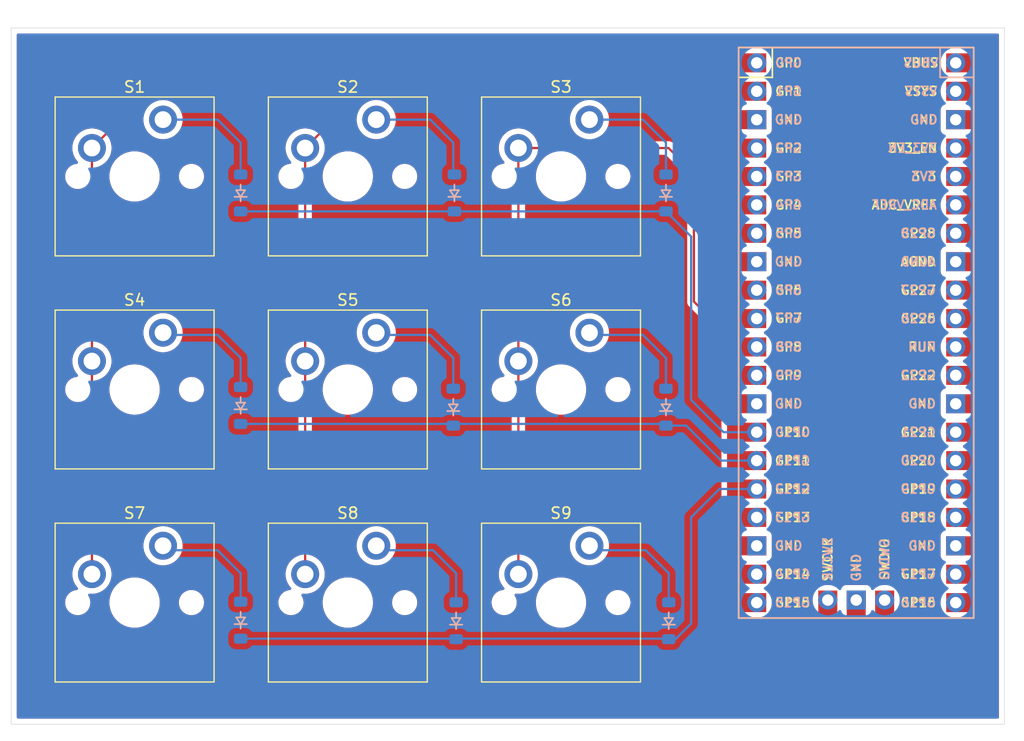
<source format=kicad_pcb>
(kicad_pcb (version 20240108) (generator "pcbnew") (generator_version "8.0")
  (title_block (title "MacroPad") (date "2025-04-07") (rev "V1") (company "HM"))
  (layers (0 "F.Cu" signal) (31 "B.Cu" signal) (34 "B.Paste" user) (35 "F.Paste" user) (36 "B.SilkS" user "B.Silkscreen") (37 "F.SilkS" user "F.Silkscreen") (38 "B.Mask" user) (39 "F.Mask" user) (44 "Edge.Cuts" user))
  (net 0 "")
  (net 1 "Net-(D1-A)")
  (net 2 "Row 0")
  (net 3 "Net-(D2-A)")
  (net 4 "Net-(D3-A)")
  (net 5 "Net-(D4-A)")
  (net 6 "Row 1")
  (net 7 "Net-(D5-A)")
  (net 8 "Net-(D6-A)")
  (net 9 "Row 2")
  (net 10 "Net-(D7-A)")
  (net 11 "Net-(D8-A)")
  (net 12 "Net-(D9-A)")
  (net 13 "Column 0")
  (net 14 "Column 1")
  (net 15 "Column 2")
  (footprint "ScottoKeebs_MX:MX_PCB_1.00u" (layer "F.Cu") (at 64.57 49.65)
    (property "Reference" "S1" (at 0 -8 0) (layer "F.SilkS"))
    (property "Value" "Keyswitch")
    (fp_line (start -7.1 -7.1) (end -7.1 7.1) (stroke (width 0.12)) (layer "F.SilkS"))
    (fp_line (start -7.1 7.1) (end 7.1 7.1) (stroke (width 0.12)) (layer "F.SilkS"))
    (fp_line (start 7.1 -7.1) (end -7.1 -7.1) (stroke (width 0.12)) (layer "F.SilkS"))
    (fp_line (start 7.1 7.1) (end 7.1 -7.1) (stroke (width 0.12)) (layer "F.SilkS"))
    (pad "" np_thru_hole circle (at -5.08 0) (size 1.75 1.75) (drill 1.75) (layers "*.Cu" "*.Mask"))
    (pad "" np_thru_hole circle (at 0 0) (size 4 4) (drill 4) (layers "*.Cu" "*.Mask"))
    (pad "" np_thru_hole circle (at 5.08 0) (size 1.75 1.75) (drill 1.75) (layers "*.Cu" "*.Mask"))
    (pad "1" thru_hole circle (at -3.81 -2.54) (size 2.5 2.5) (drill 1.5) (layers "*.Cu" "*.Mask") (net 13 "Column 0"))
    (pad "2" thru_hole circle (at 2.54 -5.08) (size 2.5 2.5) (drill 1.5) (layers "*.Cu" "*.Mask") (net 1 "Net-(D1-A)"))
  )
  (footprint "ScottoKeebs_MX:MX_PCB_1.00u" (layer "F.Cu") (at 83.62 68.7)
    (property "Reference" "S5" (at 0 -8 0) (layer "F.SilkS"))
    (property "Value" "Keyswitch")
    (fp_line (start -7.1 -7.1) (end -7.1 7.1) (stroke (width 0.12)) (layer "F.SilkS"))
    (fp_line (start -7.1 7.1) (end 7.1 7.1) (stroke (width 0.12)) (layer "F.SilkS"))
    (fp_line (start 7.1 -7.1) (end -7.1 -7.1) (stroke (width 0.12)) (layer "F.SilkS"))
    (fp_line (start 7.1 7.1) (end 7.1 -7.1) (stroke (width 0.12)) (layer "F.SilkS"))
    (pad "" np_thru_hole circle (at -5.08 0) (size 1.75 1.75) (drill 1.75) (layers "*.Cu" "*.Mask"))
    (pad "" np_thru_hole circle (at 0 0) (size 4 4) (drill 4) (layers "*.Cu" "*.Mask"))
    (pad "" np_thru_hole circle (at 5.08 0) (size 1.75 1.75) (drill 1.75) (layers "*.Cu" "*.Mask"))
    (pad "1" thru_hole circle (at -3.81 -2.54) (size 2.5 2.5) (drill 1.5) (layers "*.Cu" "*.Mask") (net 14 "Column 1"))
    (pad "2" thru_hole circle (at 2.54 -5.08) (size 2.5 2.5) (drill 1.5) (layers "*.Cu" "*.Mask") (net 7 "Net-(D5-A)"))
  )
  (footprint "ScottoKeebs_MX:MX_PCB_1.00u" (layer "F.Cu") (at 83.62 49.65)
    (property "Reference" "S2" (at 0 -8 0) (layer "F.SilkS"))
    (property "Value" "Keyswitch")
    (fp_line (start -7.1 -7.1) (end -7.1 7.1) (stroke (width 0.12)) (layer "F.SilkS"))
    (fp_line (start -7.1 7.1) (end 7.1 7.1) (stroke (width 0.12)) (layer "F.SilkS"))
    (fp_line (start 7.1 -7.1) (end -7.1 -7.1) (stroke (width 0.12)) (layer "F.SilkS"))
    (fp_line (start 7.1 7.1) (end 7.1 -7.1) (stroke (width 0.12)) (layer "F.SilkS"))
    (pad "" np_thru_hole circle (at -5.08 0) (size 1.75 1.75) (drill 1.75) (layers "*.Cu" "*.Mask"))
    (pad "" np_thru_hole circle (at 0 0) (size 4 4) (drill 4) (layers "*.Cu" "*.Mask"))
    (pad "" np_thru_hole circle (at 5.08 0) (size 1.75 1.75) (drill 1.75) (layers "*.Cu" "*.Mask"))
    (pad "1" thru_hole circle (at -3.81 -2.54) (size 2.5 2.5) (drill 1.5) (layers "*.Cu" "*.Mask") (net 14 "Column 1"))
    (pad "2" thru_hole circle (at 2.54 -5.08) (size 2.5 2.5) (drill 1.5) (layers "*.Cu" "*.Mask") (net 3 "Net-(D2-A)"))
  )
  (footprint "ScottoKeebs_MX:MX_PCB_1.00u" (layer "F.Cu") (at 102.67 87.75)
    (property "Reference" "S9" (at 0 -8 0) (layer "F.SilkS"))
    (property "Value" "Keyswitch")
    (fp_line (start -7.1 -7.1) (end -7.1 7.1) (stroke (width 0.12)) (layer "F.SilkS"))
    (fp_line (start -7.1 7.1) (end 7.1 7.1) (stroke (width 0.12)) (layer "F.SilkS"))
    (fp_line (start 7.1 -7.1) (end -7.1 -7.1) (stroke (width 0.12)) (layer "F.SilkS"))
    (fp_line (start 7.1 7.1) (end 7.1 -7.1) (stroke (width 0.12)) (layer "F.SilkS"))
    (pad "" np_thru_hole circle (at -5.08 0) (size 1.75 1.75) (drill 1.75) (layers "*.Cu" "*.Mask"))
    (pad "" np_thru_hole circle (at 0 0) (size 4 4) (drill 4) (layers "*.Cu" "*.Mask"))
    (pad "" np_thru_hole circle (at 5.08 0) (size 1.75 1.75) (drill 1.75) (layers "*.Cu" "*.Mask"))
    (pad "1" thru_hole circle (at -3.81 -2.54) (size 2.5 2.5) (drill 1.5) (layers "*.Cu" "*.Mask") (net 15 "Column 2"))
    (pad "2" thru_hole circle (at 2.54 -5.08) (size 2.5 2.5) (drill 1.5) (layers "*.Cu" "*.Mask") (net 12 "Net-(D9-A)"))
  )
  (footprint "ScottoKeebs_MX:MX_PCB_1.00u" (layer "F.Cu") (at 102.67 68.7)
    (property "Reference" "S6" (at 0 -8 0) (layer "F.SilkS"))
    (property "Value" "Keyswitch")
    (fp_line (start -7.1 -7.1) (end -7.1 7.1) (stroke (width 0.12)) (layer "F.SilkS"))
    (fp_line (start -7.1 7.1) (end 7.1 7.1) (stroke (width 0.12)) (layer "F.SilkS"))
    (fp_line (start 7.1 -7.1) (end -7.1 -7.1) (stroke (width 0.12)) (layer "F.SilkS"))
    (fp_line (start 7.1 7.1) (end 7.1 -7.1) (stroke (width 0.12)) (layer "F.SilkS"))
    (pad "" np_thru_hole circle (at -5.08 0) (size 1.75 1.75) (drill 1.75) (layers "*.Cu" "*.Mask"))
    (pad "" np_thru_hole circle (at 0 0) (size 4 4) (drill 4) (layers "*.Cu" "*.Mask"))
    (pad "" np_thru_hole circle (at 5.08 0) (size 1.75 1.75) (drill 1.75) (layers "*.Cu" "*.Mask"))
    (pad "1" thru_hole circle (at -3.81 -2.54) (size 2.5 2.5) (drill 1.5) (layers "*.Cu" "*.Mask") (net 15 "Column 2"))
    (pad "2" thru_hole circle (at 2.54 -5.08) (size 2.5 2.5) (drill 1.5) (layers "*.Cu" "*.Mask") (net 8 "Net-(D6-A)"))
  )
  (footprint "ScottoKeebs_MX:MX_PCB_1.00u" (layer "F.Cu") (at 64.57 87.75)
    (property "Reference" "S7" (at 0 -8 0) (layer "F.SilkS"))
    (property "Value" "Keyswitch")
    (fp_line (start -7.1 -7.1) (end -7.1 7.1) (stroke (width 0.12)) (layer "F.SilkS"))
    (fp_line (start -7.1 7.1) (end 7.1 7.1) (stroke (width 0.12)) (layer "F.SilkS"))
    (fp_line (start 7.1 -7.1) (end -7.1 -7.1) (stroke (width 0.12)) (layer "F.SilkS"))
    (fp_line (start 7.1 7.1) (end 7.1 -7.1) (stroke (width 0.12)) (layer "F.SilkS"))
    (pad "" np_thru_hole circle (at -5.08 0) (size 1.75 1.75) (drill 1.75) (layers "*.Cu" "*.Mask"))
    (pad "" np_thru_hole circle (at 0 0) (size 4 4) (drill 4) (layers "*.Cu" "*.Mask"))
    (pad "" np_thru_hole circle (at 5.08 0) (size 1.75 1.75) (drill 1.75) (layers "*.Cu" "*.Mask"))
    (pad "1" thru_hole circle (at -3.81 -2.54) (size 2.5 2.5) (drill 1.5) (layers "*.Cu" "*.Mask") (net 13 "Column 0"))
    (pad "2" thru_hole circle (at 2.54 -5.08) (size 2.5 2.5) (drill 1.5) (layers "*.Cu" "*.Mask") (net 10 "Net-(D7-A)"))
  )
  (footprint "LOGO" (layer "F.Cu") (at 135.045 94.375)
    (property "Reference" "LOGO" (hide yes))
    (property "Value" "LOGO" (hide yes))
  )
  (footprint "ScottoKeebs_MX:MX_PCB_1.00u" (layer "F.Cu") (at 64.57 68.7)
    (property "Reference" "S4" (at 0 -8 0) (layer "F.SilkS"))
    (property "Value" "Keyswitch")
    (fp_line (start -7.1 -7.1) (end -7.1 7.1) (stroke (width 0.12)) (layer "F.SilkS"))
    (fp_line (start -7.1 7.1) (end 7.1 7.1) (stroke (width 0.12)) (layer "F.SilkS"))
    (fp_line (start 7.1 -7.1) (end -7.1 -7.1) (stroke (width 0.12)) (layer "F.SilkS"))
    (fp_line (start 7.1 7.1) (end 7.1 -7.1) (stroke (width 0.12)) (layer "F.SilkS"))
    (pad "" np_thru_hole circle (at -5.08 0) (size 1.75 1.75) (drill 1.75) (layers "*.Cu" "*.Mask"))
    (pad "" np_thru_hole circle (at 0 0) (size 4 4) (drill 4) (layers "*.Cu" "*.Mask"))
    (pad "" np_thru_hole circle (at 5.08 0) (size 1.75 1.75) (drill 1.75) (layers "*.Cu" "*.Mask"))
    (pad "1" thru_hole circle (at -3.81 -2.54) (size 2.5 2.5) (drill 1.5) (layers "*.Cu" "*.Mask") (net 13 "Column 0"))
    (pad "2" thru_hole circle (at 2.54 -5.08) (size 2.5 2.5) (drill 1.5) (layers "*.Cu" "*.Mask") (net 5 "Net-(D4-A)"))
  )
  (footprint "ScottoKeebs_MX:MX_PCB_1.00u" (layer "F.Cu") (at 83.62 87.75)
    (property "Reference" "S8" (at 0 -8 0) (layer "F.SilkS"))
    (property "Value" "Keyswitch")
    (fp_line (start -7.1 -7.1) (end -7.1 7.1) (stroke (width 0.12)) (layer "F.SilkS"))
    (fp_line (start -7.1 7.1) (end 7.1 7.1) (stroke (width 0.12)) (layer "F.SilkS"))
    (fp_line (start 7.1 -7.1) (end -7.1 -7.1) (stroke (width 0.12)) (layer "F.SilkS"))
    (fp_line (start 7.1 7.1) (end 7.1 -7.1) (stroke (width 0.12)) (layer "F.SilkS"))
    (pad "" np_thru_hole circle (at -5.08 0) (size 1.75 1.75) (drill 1.75) (layers "*.Cu" "*.Mask"))
    (pad "" np_thru_hole circle (at 0 0) (size 4 4) (drill 4) (layers "*.Cu" "*.Mask"))
    (pad "" np_thru_hole circle (at 5.08 0) (size 1.75 1.75) (drill 1.75) (layers "*.Cu" "*.Mask"))
    (pad "1" thru_hole circle (at -3.81 -2.54) (size 2.5 2.5) (drill 1.5) (layers "*.Cu" "*.Mask") (net 14 "Column 1"))
    (pad "2" thru_hole circle (at 2.54 -5.08) (size 2.5 2.5) (drill 1.5) (layers "*.Cu" "*.Mask") (net 11 "Net-(D8-A)"))
  )
  (footprint "ScottoKeebs_MX:MX_PCB_1.00u" (layer "F.Cu") (at 102.67 49.65)
    (property "Reference" "S3" (at 0 -8 0) (layer "F.SilkS"))
    (property "Value" "Keyswitch")
    (fp_line (start -7.1 -7.1) (end -7.1 7.1) (stroke (width 0.12)) (layer "F.SilkS"))
    (fp_line (start -7.1 7.1) (end 7.1 7.1) (stroke (width 0.12)) (layer "F.SilkS"))
    (fp_line (start 7.1 -7.1) (end -7.1 -7.1) (stroke (width 0.12)) (layer "F.SilkS"))
    (fp_line (start 7.1 7.1) (end 7.1 -7.1) (stroke (width 0.12)) (layer "F.SilkS"))
    (pad "" np_thru_hole circle (at -5.08 0) (size 1.75 1.75) (drill 1.75) (layers "*.Cu" "*.Mask"))
    (pad "" np_thru_hole circle (at 0 0) (size 4 4) (drill 4) (layers "*.Cu" "*.Mask"))
    (pad "" np_thru_hole circle (at 5.08 0) (size 1.75 1.75) (drill 1.75) (layers "*.Cu" "*.Mask"))
    (pad "1" thru_hole circle (at -3.81 -2.54) (size 2.5 2.5) (drill 1.5) (layers "*.Cu" "*.Mask") (net 15 "Column 2"))
    (pad "2" thru_hole circle (at 2.54 -5.08) (size 2.5 2.5) (drill 1.5) (layers "*.Cu" "*.Mask") (net 4 "Net-(D3-A)"))
  )
  (footprint "ScottoKeebs_MCU:Raspberry_Pi_Pico" (layer "F.Cu") (at 129.045 63.625)
    (property "Reference" "U1" (hide yes))
    (property "Value" "Raspberry_Pi_Pico" (hide yes))
    (fp_line (start -10.5 -25.5) (end -10.5 25.5) (stroke (width 0.15)) (layer "B.SilkS"))
    (fp_line (start -10.5 25.5) (end 10.5 25.5) (stroke (width 0.15)) (layer "B.SilkS"))
    (fp_line (start 7.493 -22.833) (end 7.493 -25.5) (stroke (width 0.15)) (layer "B.SilkS"))
    (fp_line (start 10.5 -25.5) (end -10.5 -25.5) (stroke (width 0.15)) (layer "B.SilkS"))
    (fp_line (start 10.5 -25.5) (end 10.5 25.5) (stroke (width 0.15)) (layer "B.SilkS"))
    (fp_line (start 10.5 -22.833) (end 7.493 -22.833) (stroke (width 0.15)) (layer "B.SilkS"))
    (fp_line (start -10.5 -25.5) (end -10.5 25.5) (stroke (width 0.15)) (layer "F.SilkS"))
    (fp_line (start -10.5 -25.5) (end 10.5 -25.5) (stroke (width 0.15)) (layer "F.SilkS"))
    (fp_line (start -10.5 -22.833) (end -7.493 -22.833) (stroke (width 0.15)) (layer "F.SilkS"))
    (fp_line (start -7.493 -22.833) (end -7.493 -25.5) (stroke (width 0.15)) (layer "F.SilkS"))
    (fp_line (start 10.5 -25.5) (end 10.5 25.5) (stroke (width 0.15)) (layer "F.SilkS"))
    (fp_line (start 10.5 25.5) (end -10.5 25.5) (stroke (width 0.15)) (layer "F.SilkS"))
    (fp_text user "GP0" (at -6.04 -24.13 0) (layer "B.SilkS") (effects (font (size 0.8 0.8)) (justify mirror)))
    (fp_text user "GP3" (at -6.04 -13.97 0) (layer "B.SilkS") (effects (font (size 0.8 0.8)) (justify mirror)))
    (fp_text user "SWDIO" (at 2.54 20.25 90) (layer "B.SilkS") (effects (font (size 0.8 0.8)) (justify mirror)))
    (fp_text user "GP26" (at 5.54 -1.27 0) (layer "B.SilkS") (effects (font (size 0.8 0.8)) (justify mirror)))
    (fp_text user "GND" (at -6.04 6.35 0) (layer "B.SilkS") (effects (font (size 0.8 0.8)) (justify mirror)))
    (fp_text user "GP7" (at -6.04 -1.3 0) (layer "B.SilkS") (effects (font (size 0.8 0.8)) (justify mirror)))
    (fp_text user "GND" (at -6.04 19.05 0) (layer "B.SilkS") (effects (font (size 0.8 0.8)) (justify mirror)))
    (fp_text user "GND" (at -6.04 -19.05 0) (layer "B.SilkS") (effects (font (size 0.8 0.8)) (justify mirror)))
    (fp_text user "RUN" (at 5.89 1.27 0) (layer "B.SilkS") (effects (font (size 0.8 0.8)) (justify mirror)))
    (fp_text user "3V3" (at 6.04 -13.97 0) (layer "B.SilkS") (effects (font (size 0.8 0.8)) (justify mirror)))
    (fp_text user "GP20" (at 5.54 11.43 0) (layer "B.SilkS") (effects (font (size 0.8 0.8)) (justify mirror)))
    (fp_text user "GND" (at -6.04 -6.35 0) (layer "B.SilkS") (effects (font (size 0.8 0.8)) (justify mirror)))
    (fp_text user "ADC_VREF" (at 4.29 -11.43 0) (layer "B.SilkS") (effects (font (size 0.8 0.8)) (justify mirror)))
    (fp_text user "GP4" (at -6.04 -11.43 0) (layer "B.SilkS") (effects (font (size 0.8 0.8)) (justify mirror)))
    (fp_text user "GP17" (at 5.54 21.59 0) (layer "B.SilkS") (effects (font (size 0.8 0.8)) (justify mirror)))
    (fp_text user "AGND" (at 5.54 -6.35 0) (layer "B.SilkS") (effects (font (size 0.8 0.8)) (justify mirror)))
    (fp_text user "GP11" (at -5.69 11.43 0) (layer "B.SilkS") (effects (font (size 0.8 0.8)) (justify mirror)))
    (fp_text user "GP6" (at -6.04 -3.81 0) (layer "B.SilkS") (effects (font (size 0.8 0.8)) (justify mirror)))
    (fp_text user "GND" (at 6.04 -19.05 0) (layer "B.SilkS") (effects (font (size 0.8 0.8)) (justify mirror)))
    (fp_text user "GP9" (at -6.04 3.81 0) (layer "B.SilkS") (effects (font (size 0.8 0.8)) (justify mirror)))
    (fp_text user "GP14" (at -5.69 21.59 0) (layer "B.SilkS") (effects (font (size 0.8 0.8)) (justify mirror)))
    (fp_text user "GP1" (at -6.04 -21.6 0) (layer "B.SilkS") (effects (font (size 0.8 0.8)) (justify mirror)))
    (fp_text user "GP27" (at 5.54 -3.8 0) (layer "B.SilkS") (effects (font (size 0.8 0.8)) (justify mirror)))
    (fp_text user "GP19" (at 5.54 13.97 0) (layer "B.SilkS") (effects (font (size 0.8 0.8)) (justify mirror)))
    (fp_text user "GP28" (at 5.54 -8.89 0) (layer "B.SilkS") (effects (font (size 0.8 0.8)) (justify mirror)))
    (fp_text user "GND" (at 5.89 6.35 0) (layer "B.SilkS") (effects (font (size 0.8 0.8)) (justify mirror)))
    (fp_text user "VBUS" (at 5.79 -24.13 0) (layer "B.SilkS") (effects (font (size 0.8 0.8)) (justify mirror)))
    (fp_text user "GP21" (at 5.54 8.9 0) (layer "B.SilkS") (effects (font (size 0.8 0.8)) (justify mirror)))
    (fp_text user "GP16" (at 5.54 24.13 0) (layer "B.SilkS") (effects (font (size 0.8 0.8)) (justify mirror)))
    (fp_text user "GP12" (at -5.69 13.97 0) (layer "B.SilkS") (effects (font (size 0.8 0.8)) (justify mirror)))
    (fp_text user "GP10" (at -5.69 8.89 0) (layer "B.SilkS") (effects (font (size 0.8 0.8)) (justify mirror)))
    (fp_text user "GP13" (at -5.69 16.51 0) (layer "B.SilkS") (effects (font (size 0.8 0.8)) (justify mirror)))
    (fp_text user "GND" (at 5.89 19.05 0) (layer "B.SilkS") (effects (font (size 0.8 0.8)) (justify mirror)))
    (fp_text user "GP18" (at 5.54 16.51 0) (layer "B.SilkS") (effects (font (size 0.8 0.8)) (justify mirror)))
    (fp_text user "GND" (at 0 21 90) (layer "B.SilkS") (effects (font (size 0.8 0.8)) (justify mirror)))
    (fp_text user "GP2" (at -6.04 -16.51 0) (layer "B.SilkS") (effects (font (size 0.8 0.8)) (justify mirror)))
    (fp_text user "GP8" (at -6.04 1.27 0) (layer "B.SilkS") (effects (font (size 0.8 0.8)) (justify mirror)))
    (fp_text user "GP15" (at -5.69 24.13 0) (layer "B.SilkS") (effects (font (size 0.8 0.8)) (justify mirror)))
    (fp_text user "3V3_EN" (at 5.04 -16.51 0) (layer "B.SilkS") (effects (font (size 0.8 0.8)) (justify mirror)))
    (fp_text user "GP5" (at -6.04 -8.89 0) (layer "B.SilkS") (effects (font (size 0.8 0.8)) (justify mirror)))
    (fp_text user "GP22" (at 5.54 3.81 0) (layer "B.SilkS") (effects (font (size 0.8 0.8)) (justify mirror)))
    (fp_text user "SWCLK" (at -2.54 20.25 90) (layer "B.SilkS") (effects (font (size 0.8 0.8)) (justify mirror)))
    (fp_text user "VSYS" (at 5.79 -21.59 0) (layer "B.SilkS") (effects (font (size 0.8 0.8)) (justify mirror)))
    (fp_text user "GP27" (at 5.54 -3.8 0) (layer "F.SilkS") (effects (font (size 0.8 0.8))))
    (fp_text user "GP8" (at -6.04 1.27 0) (layer "F.SilkS") (effects (font (size 0.8 0.8))))
    (fp_text user "VBUS" (at 5.79 -24.13 0) (layer "F.SilkS") (effects (font (size 0.8 0.8))))
    (fp_text user "GND" (at 0 21 90) (layer "F.SilkS") (effects (font (size 0.8 0.8))))
    (fp_text user "ADC_VREF" (at 4.29 -11.43 0) (layer "F.SilkS") (effects (font (size 0.8 0.8))))
    (fp_text user "3V3_EN" (at 5.04 -16.51 0) (layer "F.SilkS") (effects (font (size 0.8 0.8))))
    (fp_text user "GP12" (at -5.69 13.97 0) (layer "F.SilkS") (effects (font (size 0.8 0.8))))
    (fp_text user "GP19" (at 5.54 13.97 0) (layer "F.SilkS") (effects (font (size 0.8 0.8))))
    (fp_text user "GP28" (at 5.54 -8.89 0) (layer "F.SilkS") (effects (font (size 0.8 0.8))))
    (fp_text user "GP17" (at 5.54 21.59 0) (layer "F.SilkS") (effects (font (size 0.8 0.8))))
    (fp_text user "AGND" (at 5.54 -6.35 0) (layer "F.SilkS") (effects (font (size 0.8 0.8))))
    (fp_text user "GP7" (at -6.04 -1.3 0) (layer "F.SilkS") (effects (font (size 0.8 0.8))))
    (fp_text user "GND" (at -6.04 6.35 0) (layer "F.SilkS") (effects (font (size 0.8 0.8))))
    (fp_text user "GP20" (at 5.54 11.43 0) (layer "F.SilkS") (effects (font (size 0.8 0.8))))
    (fp_text user "GP4" (at -6.04 -11.43 0) (layer "F.SilkS") (effects (font (size 0.8 0.8))))
    (fp_text user "GP11" (at -5.69 11.43 0) (layer "F.SilkS") (effects (font (size 0.8 0.8))))
    (fp_text user "GP15" (at -5.69 24.13 0) (layer "F.SilkS") (effects (font (size 0.8 0.8))))
    (fp_text user "GND" (at -6.04 -19.05 0) (layer "F.SilkS") (effects (font (size 0.8 0.8))))
    (fp_text user "GP6" (at -6.04 -3.81 0) (layer "F.SilkS") (effects (font (size 0.8 0.8))))
    (fp_text user "GP2" (at -6.04 -16.51 0) (layer "F.SilkS") (effects (font (size 0.8 0.8))))
    (fp_text user "GP9" (at -6.04 3.81 0) (layer "F.SilkS") (effects (font (size 0.8 0.8))))
    (fp_text user "GP21" (at 5.54 8.9 0) (layer "F.SilkS") (effects (font (size 0.8 0.8))))
    (fp_text user "GP18" (at 5.54 16.51 0) (layer "F.SilkS") (effects (font (size 0.8 0.8))))
    (fp_text user "GND" (at 6.04 -19.05 0) (layer "F.SilkS") (effects (font (size 0.8 0.8))))
    (fp_text user "SWDIO" (at 2.54 20.25 90) (layer "F.SilkS") (effects (font (size 0.8 0.8))))
    (fp_text user "GP16" (at 5.54 24.13 0) (layer "F.SilkS") (effects (font (size 0.8 0.8))))
    (fp_text user "3V3" (at 6.04 -13.97 0) (layer "F.SilkS") (effects (font (size 0.8 0.8))))
    (fp_text user "GND" (at 5.89 19.05 0) (layer "F.SilkS") (effects (font (size 0.8 0.8))))
    (fp_text user "GND" (at -6.04 19.05 0) (layer "F.SilkS") (effects (font (size 0.8 0.8))))
    (fp_text user "GP14" (at -5.69 21.59 0) (layer "F.SilkS") (effects (font (size 0.8 0.8))))
    (fp_text user "GND" (at -6.04 -6.35 0) (layer "F.SilkS") (effects (font (size 0.8 0.8))))
    (fp_text user "GP1" (at -6.04 -21.6 0) (layer "F.SilkS") (effects (font (size 0.8 0.8))))
    (fp_text user "RUN" (at 5.89 1.27 0) (layer "F.SilkS") (effects (font (size 0.8 0.8))))
    (fp_text user "GP0" (at -6.04 -24.13 0) (layer "F.SilkS") (effects (font (size 0.8 0.8))))
    (fp_text user "GP3" (at -6.04 -13.97 0) (layer "F.SilkS") (effects (font (size 0.8 0.8))))
    (fp_text user "GP13" (at -5.69 16.51 0) (layer "F.SilkS") (effects (font (size 0.8 0.8))))
    (fp_text user "GP26" (at 5.54 -1.27 0) (layer "F.SilkS") (effects (font (size 0.8 0.8))))
    (fp_text user "VSYS" (at 5.79 -21.59 0) (layer "F.SilkS") (effects (font (size 0.8 0.8))))
    (fp_text user "GP22" (at 5.54 3.81 0) (layer "F.SilkS") (effects (font (size 0.8 0.8))))
    (fp_text user "SWCLK" (at -2.54 20.25 90) (layer "F.SilkS") (effects (font (size 0.8 0.8))))
    (fp_text user "GP5" (at -6.04 -8.89 0) (layer "F.SilkS") (effects (font (size 0.8 0.8))))
    (fp_text user "GND" (at 5.89 6.35 0) (layer "F.SilkS") (effects (font (size 0.8 0.8))))
    (fp_text user "GP10" (at -5.69 8.89 0) (layer "F.SilkS") (effects (font (size 0.8 0.8))))
    (pad "1" thru_hole oval (at -8.89 -24.13) (size 1.7 1.7) (drill 1.02) (layers "*.Cu" "*.Mask"))
    (pad "1" smd rect (at -8.89 -24.13) (size 3.5 1.7) (drill (offset -0.9 0)) (layers "F.Cu" "F.Mask"))
    (pad "2" thru_hole oval (at -8.89 -21.59) (size 1.7 1.7) (drill 1.02) (layers "*.Cu" "*.Mask"))
    (pad "2" smd rect (at -8.89 -21.59) (size 3.5 1.7) (drill (offset -0.9 0)) (layers "F.Cu" "F.Mask"))
    (pad "3" thru_hole rect (at -8.89 -19.05) (size 1.7 1.7) (drill 1.02) (layers "*.Cu" "*.Mask"))
    (pad "3" smd rect (at -8.89 -19.05) (size 3.5 1.7) (drill (offset -0.9 0)) (layers "F.Cu" "F.Mask"))
    (pad "4" thru_hole oval (at -8.89 -16.51) (size 1.7 1.7) (drill 1.02) (layers "*.Cu" "*.Mask"))
    (pad "4" smd rect (at -8.89 -16.51) (size 3.5 1.7) (drill (offset -0.9 0)) (layers "F.Cu" "F.Mask"))
    (pad "5" thru_hole oval (at -8.89 -13.97) (size 1.7 1.7) (drill 1.02) (layers "*.Cu" "*.Mask"))
    (pad "5" smd rect (at -8.89 -13.97) (size 3.5 1.7) (drill (offset -0.9 0)) (layers "F.Cu" "F.Mask"))
    (pad "6" thru_hole oval (at -8.89 -11.43) (size 1.7 1.7) (drill 1.02) (layers "*.Cu" "*.Mask"))
    (pad "6" smd rect (at -8.89 -11.43) (size 3.5 1.7) (drill (offset -0.9 0)) (layers "F.Cu" "F.Mask"))
    (pad "7" thru_hole oval (at -8.89 -8.89) (size 1.7 1.7) (drill 1.02) (layers "*.Cu" "*.Mask"))
    (pad "7" smd rect (at -8.89 -8.89) (size 3.5 1.7) (drill (offset -0.9 0)) (layers "F.Cu" "F.Mask"))
    (pad "8" thru_hole rect (at -8.89 -6.35) (size 1.7 1.7) (drill 1.02) (layers "*.Cu" "*.Mask"))
    (pad "8" smd rect (at -8.89 -6.35) (size 3.5 1.7) (drill (offset -0.9 0)) (layers "F.Cu" "F.Mask"))
    (pad "9" thru_hole oval (at -8.89 -3.81) (size 1.7 1.7) (drill 1.02) (layers "*.Cu" "*.Mask") (net 13 "Column 0"))
    (pad "9" smd rect (at -8.89 -3.81) (size 3.5 1.7) (drill (offset -0.9 0)) (layers "F.Cu" "F.Mask") (net 13 "Column 0"))
    (pad "10" thru_hole oval (at -8.89 -1.27) (size 1.7 1.7) (drill 1.02) (layers "*.Cu" "*.Mask") (net 14 "Column 1"))
    (pad "10" smd rect (at -8.89 -1.27) (size 3.5 1.7) (drill (offset -0.9 0)) (layers "F.Cu" "F.Mask") (net 14 "Column 1"))
    (pad "11" thru_hole oval (at -8.89 1.27) (size 1.7 1.7) (drill 1.02) (layers "*.Cu" "*.Mask") (net 15 "Column 2"))
    (pad "11" smd rect (at -8.89 1.27) (size 3.5 1.7) (drill (offset -0.9 0)) (layers "F.Cu" "F.Mask") (net 15 "Column 2"))
    (pad "12" thru_hole oval (at -8.89 3.81) (size 1.7 1.7) (drill 1.02) (layers "*.Cu" "*.Mask"))
    (pad "12" smd rect (at -8.89 3.81) (size 3.5 1.7) (drill (offset -0.9 0)) (layers "F.Cu" "F.Mask"))
    (pad "13" thru_hole rect (at -8.89 6.35) (size 1.7 1.7) (drill 1.02) (layers "*.Cu" "*.Mask"))
    (pad "13" smd rect (at -8.89 6.35) (size 3.5 1.7) (drill (offset -0.9 0)) (layers "F.Cu" "F.Mask"))
    (pad "14" thru_hole oval (at -8.89 8.89) (size 1.7 1.7) (drill 1.02) (layers "*.Cu" "*.Mask") (net 2 "Row 0"))
    (pad "14" smd rect (at -8.89 8.89) (size 3.5 1.7) (drill (offset -0.9 0)) (layers "F.Cu" "F.Mask") (net 2 "Row 0"))
    (pad "15" thru_hole oval (at -8.89 11.43) (size 1.7 1.7) (drill 1.02) (layers "*.Cu" "*.Mask") (net 6 "Row 1"))
    (pad "15" smd rect (at -8.89 11.43) (size 3.5 1.7) (drill (offset -0.9 0)) (layers "F.Cu" "F.Mask") (net 6 "Row 1"))
    (pad "16" thru_hole oval (at -8.89 13.97) (size 1.7 1.7) (drill 1.02) (layers "*.Cu" "*.Mask") (net 9 "Row 2"))
    (pad "16" smd rect (at -8.89 13.97) (size 3.5 1.7) (drill (offset -0.9 0)) (layers "F.Cu" "F.Mask") (net 9 "Row 2"))
    (pad "17" thru_hole oval (at -8.89 16.51) (size 1.7 1.7) (drill 1.02) (layers "*.Cu" "*.Mask"))
    (pad "17" smd rect (at -8.89 16.51) (size 3.5 1.7) (drill (offset -0.9 0)) (layers "F.Cu" "F.Mask"))
    (pad "18" thru_hole rect (at -8.89 19.05) (size 1.7 1.7) (drill 1.02) (layers "*.Cu" "*.Mask"))
    (pad "18" smd rect (at -8.89 19.05) (size 3.5 1.7) (drill (offset -0.9 0)) (layers "F.Cu" "F.Mask"))
    (pad "19" thru_hole oval (at -8.89 21.59) (size 1.7 1.7) (drill 1.02) (layers "*.Cu" "*.Mask"))
    (pad "19" smd rect (at -8.89 21.59) (size 3.5 1.7) (drill (offset -0.9 0)) (layers "F.Cu" "F.Mask"))
    (pad "20" thru_hole oval (at -8.89 24.13) (size 1.7 1.7) (drill 1.02) (layers "*.Cu" "*.Mask"))
    (pad "20" smd rect (at -8.89 24.13) (size 3.5 1.7) (drill (offset -0.9 0)) (layers "F.Cu" "F.Mask"))
    (pad "21" thru_hole oval (at 8.89 24.13) (size 1.7 1.7) (drill 1.02) (layers "*.Cu" "*.Mask"))
    (pad "21" smd rect (at 8.89 24.13) (size 3.5 1.7) (drill (offset 0.9 0)) (layers "F.Cu" "F.Mask"))
    (pad "22" thru_hole oval (at 8.89 21.59) (size 1.7 1.7) (drill 1.02) (layers "*.Cu" "*.Mask"))
    (pad "22" smd rect (at 8.89 21.59) (size 3.5 1.7) (drill (offset 0.9 0)) (layers "F.Cu" "F.Mask"))
    (pad "23" thru_hole rect (at 8.89 19.05) (size 1.7 1.7) (drill 1.02) (layers "*.Cu" "*.Mask"))
    (pad "23" smd rect (at 8.89 19.05) (size 3.5 1.7) (drill (offset 0.9 0)) (layers "F.Cu" "F.Mask"))
    (pad "24" thru_hole oval (at 8.89 16.51) (size 1.7 1.7) (drill 1.02) (layers "*.Cu" "*.Mask"))
    (pad "24" smd rect (at 8.89 16.51) (size 3.5 1.7) (drill (offset 0.9 0)) (layers "F.Cu" "F.Mask"))
    (pad "25" thru_hole oval (at 8.89 13.97) (size 1.7 1.7) (drill 1.02) (layers "*.Cu" "*.Mask"))
    (pad "25" smd rect (at 8.89 13.97) (size 3.5 1.7) (drill (offset 0.9 0)) (layers "F.Cu" "F.Mask"))
    (pad "26" thru_hole oval (at 8.89 11.43) (size 1.7 1.7) (drill 1.02) (layers "*.Cu" "*.Mask"))
    (pad "26" smd rect (at 8.89 11.43) (size 3.5 1.7) (drill (offset 0.9 0)) (layers "F.Cu" "F.Mask"))
    (pad "27" thru_hole oval (at 8.89 8.89) (size 1.7 1.7) (drill 1.02) (layers "*.Cu" "*.Mask"))
    (pad "27" smd rect (at 8.89 8.89) (size 3.5 1.7) (drill (offset 0.9 0)) (layers "F.Cu" "F.Mask"))
    (pad "28" thru_hole rect (at 8.89 6.35) (size 1.7 1.7) (drill 1.02) (layers "*.Cu" "*.Mask"))
    (pad "28" smd rect (at 8.89 6.35) (size 3.5 1.7) (drill (offset 0.9 0)) (layers "F.Cu" "F.Mask"))
    (pad "29" thru_hole oval (at 8.89 3.81) (size 1.7 1.7) (drill 1.02) (layers "*.Cu" "*.Mask"))
    (pad "29" smd rect (at 8.89 3.81) (size 3.5 1.7) (drill (offset 0.9 0)) (layers "F.Cu" "F.Mask"))
    (pad "30" thru_hole oval (at 8.89 1.27) (size 1.7 1.7) (drill 1.02) (layers "*.Cu" "*.Mask"))
    (pad "30" smd rect (at 8.89 1.27) (size 3.5 1.7) (drill (offset 0.9 0)) (layers "F.Cu" "F.Mask"))
    (pad "31" thru_hole oval (at 8.89 -1.27) (size 1.7 1.7) (drill 1.02) (layers "*.Cu" "*.Mask"))
    (pad "31" smd rect (at 8.89 -1.27) (size 3.5 1.7) (drill (offset 0.9 0)) (layers "F.Cu" "F.Mask"))
    (pad "32" thru_hole oval (at 8.89 -3.81) (size 1.7 1.7) (drill 1.02) (layers "*.Cu" "*.Mask"))
    (pad "32" smd rect (at 8.89 -3.81) (size 3.5 1.7) (drill (offset 0.9 0)) (layers "F.Cu" "F.Mask"))
    (pad "33" thru_hole rect (at 8.89 -6.35) (size 1.7 1.7) (drill 1.02) (layers "*.Cu" "*.Mask"))
    (pad "33" smd rect (at 8.89 -6.35) (size 3.5 1.7) (drill (offset 0.9 0)) (layers "F.Cu" "F.Mask"))
    (pad "34" thru_hole oval (at 8.89 -8.89) (size 1.7 1.7) (drill 1.02) (layers "*.Cu" "*.Mask"))
    (pad "34" smd rect (at 8.89 -8.89) (size 3.5 1.7) (drill (offset 0.9 0)) (layers "F.Cu" "F.Mask"))
    (pad "35" thru_hole oval (at 8.89 -11.43) (size 1.7 1.7) (drill 1.02) (layers "*.Cu" "*.Mask"))
    (pad "35" smd rect (at 8.89 -11.43) (size 3.5 1.7) (drill (offset 0.9 0)) (layers "F.Cu" "F.Mask"))
    (pad "36" thru_hole oval (at 8.89 -13.97) (size 1.7 1.7) (drill 1.02) (layers "*.Cu" "*.Mask"))
    (pad "36" smd rect (at 8.89 -13.97) (size 3.5 1.7) (drill (offset 0.9 0)) (layers "F.Cu" "F.Mask"))
    (pad "37" thru_hole oval (at 8.89 -16.51) (size 1.7 1.7) (drill 1.02) (layers "*.Cu" "*.Mask"))
    (pad "37" smd rect (at 8.89 -16.51) (size 3.5 1.7) (drill (offset 0.9 0)) (layers "F.Cu" "F.Mask"))
    (pad "38" thru_hole rect (at 8.89 -19.05) (size 1.7 1.7) (drill 1.02) (layers "*.Cu" "*.Mask"))
    (pad "38" smd rect (at 8.89 -19.05) (size 3.5 1.7) (drill (offset 0.9 0)) (layers "F.Cu" "F.Mask"))
    (pad "39" thru_hole oval (at 8.89 -21.59) (size 1.7 1.7) (drill 1.02) (layers "*.Cu" "*.Mask"))
    (pad "39" smd rect (at 8.89 -21.59) (size 3.5 1.7) (drill (offset 0.9 0)) (layers "F.Cu" "F.Mask"))
    (pad "40" thru_hole oval (at 8.89 -24.13) (size 1.7 1.7) (drill 1.02) (layers "*.Cu" "*.Mask"))
    (pad "40" smd rect (at 8.89 -24.13) (size 3.5 1.7) (drill (offset 0.9 0)) (layers "F.Cu" "F.Mask"))
    (pad "41" thru_hole oval (at -2.54 23.9) (size 1.7 1.7) (drill 1.02) (layers "*.Cu" "*.Mask"))
    (pad "41" smd rect (at -2.54 23.9 90) (size 3.5 1.7) (drill (offset -0.9 0)) (layers "F.Cu" "F.Mask"))
    (pad "42" thru_hole rect (at 0 23.9) (size 1.7 1.7) (drill 1.02) (layers "*.Cu" "*.Mask"))
    (pad "42" smd rect (at 0 23.9 90) (size 3.5 1.7) (drill (offset -0.9 0)) (layers "F.Cu" "F.Mask"))
    (pad "43" thru_hole oval (at 2.54 23.9) (size 1.7 1.7) (drill 1.02) (layers "*.Cu" "*.Mask"))
    (pad "43" smd rect (at 2.54 23.9 90) (size 3.5 1.7) (drill (offset -0.9 0)) (layers "F.Cu" "F.Mask"))
  )
  (footprint "ScottoKeebs_Components:Diode_SOD-123" (layer "B.Cu") (at 112.045 70.275 90)
    (property "Reference" "D6" (hide yes))
    (property "Value" "Diode")
    (fp_line (start -0.35 -0.55) (end -0.35 0) (stroke (width 0.15)) (layer "B.SilkS"))
    (fp_line (start 0.25 -0.4) (end 0.25 0.4) (stroke (width 0.15)) (layer "B.SilkS"))
    (fp_line (start 0.75 0) (end 0.25 0) (stroke (width 0.15)) (layer "B.SilkS"))
    (fp_line (start -0.35 0) (end 0.25 -0.4) (stroke (width 0.15)) (layer "B.SilkS"))
    (fp_line (start -0.35 0) (end -0.75 0) (stroke (width 0.15)) (layer "B.SilkS"))
    (fp_line (start 0.25 0.4) (end -0.35 0) (stroke (width 0.15)) (layer "B.SilkS"))
    (fp_line (start -0.35 0.55) (end -0.35 0) (stroke (width 0.15)) (layer "B.SilkS"))
    (pad "1" smd roundrect (at -1.65 0 90) (size 0.9 1.2) (layers "B.Cu" "B.Paste" "B.Mask") (net 6 "Row 1"))
    (pad "2" smd roundrect (at 1.65 0 90) (size 0.9 1.2) (layers "B.Cu" "B.Paste" "B.Mask") (net 8 "Net-(D6-A)"))
  )
  (footprint "ScottoKeebs_Components:Diode_SOD-123" (layer "B.Cu") (at 74.045 70.125 90)
    (property "Reference" "D4" (hide yes))
    (property "Value" "Diode")
    (fp_line (start -0.35 -0.55) (end -0.35 0) (stroke (width 0.15)) (layer "B.SilkS"))
    (fp_line (start 0.25 -0.4) (end 0.25 0.4) (stroke (width 0.15)) (layer "B.SilkS"))
    (fp_line (start 0.75 0) (end 0.25 0) (stroke (width 0.15)) (layer "B.SilkS"))
    (fp_line (start -0.35 0) (end 0.25 -0.4) (stroke (width 0.15)) (layer "B.SilkS"))
    (fp_line (start -0.35 0) (end -0.75 0) (stroke (width 0.15)) (layer "B.SilkS"))
    (fp_line (start 0.25 0.4) (end -0.35 0) (stroke (width 0.15)) (layer "B.SilkS"))
    (fp_line (start -0.35 0.55) (end -0.35 0) (stroke (width 0.15)) (layer "B.SilkS"))
    (pad "1" smd roundrect (at -1.65 0 90) (size 0.9 1.2) (layers "B.Cu" "B.Paste" "B.Mask") (net 6 "Row 1"))
    (pad "2" smd roundrect (at 1.65 0 90) (size 0.9 1.2) (layers "B.Cu" "B.Paste" "B.Mask") (net 5 "Net-(D4-A)"))
  )
  (footprint "ScottoKeebs_Components:Diode_SOD-123" (layer "B.Cu") (at 112.295 89.375 90)
    (property "Reference" "D9" (hide yes))
    (property "Value" "Diode")
    (fp_line (start -0.35 -0.55) (end -0.35 0) (stroke (width 0.15)) (layer "B.SilkS"))
    (fp_line (start 0.25 -0.4) (end 0.25 0.4) (stroke (width 0.15)) (layer "B.SilkS"))
    (fp_line (start 0.75 0) (end 0.25 0) (stroke (width 0.15)) (layer "B.SilkS"))
    (fp_line (start -0.35 0) (end 0.25 -0.4) (stroke (width 0.15)) (layer "B.SilkS"))
    (fp_line (start -0.35 0) (end -0.75 0) (stroke (width 0.15)) (layer "B.SilkS"))
    (fp_line (start 0.25 0.4) (end -0.35 0) (stroke (width 0.15)) (layer "B.SilkS"))
    (fp_line (start -0.35 0.55) (end -0.35 0) (stroke (width 0.15)) (layer "B.SilkS"))
    (pad "1" smd roundrect (at -1.65 0 90) (size 0.9 1.2) (layers "B.Cu" "B.Paste" "B.Mask") (net 9 "Row 2"))
    (pad "2" smd roundrect (at 1.65 0 90) (size 0.9 1.2) (layers "B.Cu" "B.Paste" "B.Mask") (net 12 "Net-(D9-A)"))
  )
  (footprint "ScottoKeebs_Components:Diode_SOD-123" (layer "B.Cu") (at 112.045 51.125 90)
    (property "Reference" "D3" (hide yes))
    (property "Value" "Diode")
    (fp_line (start -0.35 -0.55) (end -0.35 0) (stroke (width 0.15)) (layer "B.SilkS"))
    (fp_line (start 0.25 -0.4) (end 0.25 0.4) (stroke (width 0.15)) (layer "B.SilkS"))
    (fp_line (start 0.75 0) (end 0.25 0) (stroke (width 0.15)) (layer "B.SilkS"))
    (fp_line (start -0.35 0) (end 0.25 -0.4) (stroke (width 0.15)) (layer "B.SilkS"))
    (fp_line (start -0.35 0) (end -0.75 0) (stroke (width 0.15)) (layer "B.SilkS"))
    (fp_line (start 0.25 0.4) (end -0.35 0) (stroke (width 0.15)) (layer "B.SilkS"))
    (fp_line (start -0.35 0.55) (end -0.35 0) (stroke (width 0.15)) (layer "B.SilkS"))
    (pad "1" smd roundrect (at -1.65 0 90) (size 0.9 1.2) (layers "B.Cu" "B.Paste" "B.Mask") (net 2 "Row 0"))
    (pad "2" smd roundrect (at 1.65 0 90) (size 0.9 1.2) (layers "B.Cu" "B.Paste" "B.Mask") (net 4 "Net-(D3-A)"))
  )
  (footprint "ScottoKeebs_Components:Diode_SOD-123" (layer "B.Cu") (at 74.045 51.125 90)
    (property "Reference" "D1" (hide yes))
    (property "Value" "Diode")
    (fp_line (start -0.35 -0.55) (end -0.35 0) (stroke (width 0.15)) (layer "B.SilkS"))
    (fp_line (start 0.25 -0.4) (end 0.25 0.4) (stroke (width 0.15)) (layer "B.SilkS"))
    (fp_line (start 0.75 0) (end 0.25 0) (stroke (width 0.15)) (layer "B.SilkS"))
    (fp_line (start -0.35 0) (end 0.25 -0.4) (stroke (width 0.15)) (layer "B.SilkS"))
    (fp_line (start -0.35 0) (end -0.75 0) (stroke (width 0.15)) (layer "B.SilkS"))
    (fp_line (start 0.25 0.4) (end -0.35 0) (stroke (width 0.15)) (layer "B.SilkS"))
    (fp_line (start -0.35 0.55) (end -0.35 0) (stroke (width 0.15)) (layer "B.SilkS"))
    (pad "1" smd roundrect (at -1.65 0 90) (size 0.9 1.2) (layers "B.Cu" "B.Paste" "B.Mask") (net 2 "Row 0"))
    (pad "2" smd roundrect (at 1.65 0 90) (size 0.9 1.2) (layers "B.Cu" "B.Paste" "B.Mask") (net 1 "Net-(D1-A)"))
  )
  (footprint "ScottoKeebs_Components:Diode_SOD-123" (layer "B.Cu") (at 93.295 89.375 90)
    (property "Reference" "D8" (hide yes))
    (property "Value" "Diode")
    (fp_line (start -0.35 -0.55) (end -0.35 0) (stroke (width 0.15)) (layer "B.SilkS"))
    (fp_line (start 0.25 -0.4) (end 0.25 0.4) (stroke (width 0.15)) (layer "B.SilkS"))
    (fp_line (start 0.75 0) (end 0.25 0) (stroke (width 0.15)) (layer "B.SilkS"))
    (fp_line (start -0.35 0) (end 0.25 -0.4) (stroke (width 0.15)) (layer "B.SilkS"))
    (fp_line (start -0.35 0) (end -0.75 0) (stroke (width 0.15)) (layer "B.SilkS"))
    (fp_line (start 0.25 0.4) (end -0.35 0) (stroke (width 0.15)) (layer "B.SilkS"))
    (fp_line (start -0.35 0.55) (end -0.35 0) (stroke (width 0.15)) (layer "B.SilkS"))
    (pad "1" smd roundrect (at -1.65 0 90) (size 0.9 1.2) (layers "B.Cu" "B.Paste" "B.Mask") (net 9 "Row 2"))
    (pad "2" smd roundrect (at 1.65 0 90) (size 0.9 1.2) (layers "B.Cu" "B.Paste" "B.Mask") (net 11 "Net-(D8-A)"))
  )
  (footprint "ScottoKeebs_Components:Diode_SOD-123" (layer "B.Cu") (at 93.145 51.125 90)
    (property "Reference" "D2" (hide yes))
    (property "Value" "Diode")
    (fp_line (start -0.35 -0.55) (end -0.35 0) (stroke (width 0.15)) (layer "B.SilkS"))
    (fp_line (start 0.25 -0.4) (end 0.25 0.4) (stroke (width 0.15)) (layer "B.SilkS"))
    (fp_line (start 0.75 0) (end 0.25 0) (stroke (width 0.15)) (layer "B.SilkS"))
    (fp_line (start -0.35 0) (end 0.25 -0.4) (stroke (width 0.15)) (layer "B.SilkS"))
    (fp_line (start -0.35 0) (end -0.75 0) (stroke (width 0.15)) (layer "B.SilkS"))
    (fp_line (start 0.25 0.4) (end -0.35 0) (stroke (width 0.15)) (layer "B.SilkS"))
    (fp_line (start -0.35 0.55) (end -0.35 0) (stroke (width 0.15)) (layer "B.SilkS"))
    (pad "1" smd roundrect (at -1.65 0 90) (size 0.9 1.2) (layers "B.Cu" "B.Paste" "B.Mask") (net 2 "Row 0"))
    (pad "2" smd roundrect (at 1.65 0 90) (size 0.9 1.2) (layers "B.Cu" "B.Paste" "B.Mask") (net 3 "Net-(D2-A)"))
  )
  (footprint "ScottoKeebs_Components:Diode_SOD-123" (layer "B.Cu") (at 74.045 89.325 90)
    (property "Reference" "D7" (hide yes))
    (property "Value" "Diode")
    (fp_line (start -0.35 -0.55) (end -0.35 0) (stroke (width 0.15)) (layer "B.SilkS"))
    (fp_line (start 0.25 -0.4) (end 0.25 0.4) (stroke (width 0.15)) (layer "B.SilkS"))
    (fp_line (start 0.75 0) (end 0.25 0) (stroke (width 0.15)) (layer "B.SilkS"))
    (fp_line (start -0.35 0) (end 0.25 -0.4) (stroke (width 0.15)) (layer "B.SilkS"))
    (fp_line (start -0.35 0) (end -0.75 0) (stroke (width 0.15)) (layer "B.SilkS"))
    (fp_line (start 0.25 0.4) (end -0.35 0) (stroke (width 0.15)) (layer "B.SilkS"))
    (fp_line (start -0.35 0.55) (end -0.35 0) (stroke (width 0.15)) (layer "B.SilkS"))
    (pad "1" smd roundrect (at -1.65 0 90) (size 0.9 1.2) (layers "B.Cu" "B.Paste" "B.Mask") (net 9 "Row 2"))
    (pad "2" smd roundrect (at 1.65 0 90) (size 0.9 1.2) (layers "B.Cu" "B.Paste" "B.Mask") (net 10 "Net-(D7-A)"))
  )
  (footprint "ScottoKeebs_Components:Diode_SOD-123" (layer "B.Cu") (at 93.045 70.275 90)
    (property "Reference" "D5" (hide yes))
    (property "Value" "Diode")
    (fp_line (start -0.35 -0.55) (end -0.35 0) (stroke (width 0.15)) (layer "B.SilkS"))
    (fp_line (start 0.25 -0.4) (end 0.25 0.4) (stroke (width 0.15)) (layer "B.SilkS"))
    (fp_line (start 0.75 0) (end 0.25 0) (stroke (width 0.15)) (layer "B.SilkS"))
    (fp_line (start -0.35 0) (end 0.25 -0.4) (stroke (width 0.15)) (layer "B.SilkS"))
    (fp_line (start -0.35 0) (end -0.75 0) (stroke (width 0.15)) (layer "B.SilkS"))
    (fp_line (start 0.25 0.4) (end -0.35 0) (stroke (width 0.15)) (layer "B.SilkS"))
    (fp_line (start -0.35 0.55) (end -0.35 0) (stroke (width 0.15)) (layer "B.SilkS"))
    (pad "1" smd roundrect (at -1.65 0 90) (size 0.9 1.2) (layers "B.Cu" "B.Paste" "B.Mask") (net 6 "Row 1"))
    (pad "2" smd roundrect (at 1.65 0 90) (size 0.9 1.2) (layers "B.Cu" "B.Paste" "B.Mask") (net 7 "Net-(D5-A)"))
  )
  (gr_rect (start 53.545 36.375) (end 142.295 98.625) (stroke (width 0.05)) (fill none) (layer "Edge.Cuts"))
  (segment (start 73.295 45.875) (end 74.045 46.625) (width 0.2) (layer "B.Cu") (net 1))
  (segment (start 74.045 46.625) (end 74.045 49.125) (width 0.2) (layer "B.Cu") (net 1))
  (segment (start 71.99 44.57) (end 73.295 45.875) (width 0.2) (layer "B.Cu") (net 1))
  (segment (start 67.11 44.57) (end 71.99 44.57) (width 0.2) (layer "B.Cu") (net 1))
  (segment (start 120.155 72.895) (end 118.595 72.895) (width 0.2) (layer "F.Cu") (net 2))
  (segment (start 114.295 69.625) (end 114.295 55.025) (width 0.2) (layer "B.Cu") (net 2))
  (segment (start 120.155 72.515) (end 117.185 72.515) (width 0.2) (layer "B.Cu") (net 2))
  (segment (start 114.295 55.025) (end 112.045 52.775) (width 0.2) (layer "B.Cu") (net 2))
  (segment (start 117.185 72.515) (end 114.295 69.625) (width 0.2) (layer "B.Cu") (net 2))
  (segment (start 74.045 52.775) (end 112.045 52.775) (width 0.2) (layer "B.Cu") (net 2))
  (segment (start 86.11 44.57) (end 90.99 44.57) (width 0.2) (layer "B.Cu") (net 3))
  (segment (start 93.045 46.625) (end 93.045 49.125) (width 0.2) (layer "B.Cu") (net 3))
  (segment (start 92.295 45.875) (end 93.045 46.625) (width 0.2) (layer "B.Cu") (net 3))
  (segment (start 90.99 44.57) (end 92.295 45.875) (width 0.2) (layer "B.Cu") (net 3))
  (segment (start 105.11 44.57) (end 109.99 44.57) (width 0.2) (layer "B.Cu") (net 4))
  (segment (start 112.045 46.625) (end 112.045 49.125) (width 0.2) (layer "B.Cu") (net 4))
  (segment (start 111.295 45.875) (end 112.045 46.625) (width 0.2) (layer "B.Cu") (net 4))
  (segment (start 109.99 44.57) (end 111.295 45.875) (width 0.2) (layer "B.Cu") (net 4))
  (segment (start 73.295 65.125) (end 74.045 65.875) (width 0.2) (layer "B.Cu") (net 5))
  (segment (start 71.99 63.82) (end 73.295 65.125) (width 0.2) (layer "B.Cu") (net 5))
  (segment (start 74.045 65.875) (end 74.045 68.375) (width 0.2) (layer "B.Cu") (net 5))
  (segment (start 67.11 63.82) (end 71.99 63.82) (width 0.2) (layer "B.Cu") (net 5))
  (segment (start 111.895 71.775) (end 112.045 71.925) (width 0.2) (layer "B.Cu") (net 6))
  (segment (start 116.975 75.055) (end 113.845 71.925) (width 0.2) (layer "B.Cu") (net 6))
  (segment (start 74.045 71.775) (end 111.895 71.775) (width 0.2) (layer "B.Cu") (net 6))
  (segment (start 120.155 75.055) (end 116.975 75.055) (width 0.2) (layer "B.Cu") (net 6))
  (segment (start 119.975 74.875) (end 120.155 75.055) (width 0.2) (layer "B.Cu") (net 6))
  (segment (start 113.845 71.925) (end 112.045 71.925) (width 0.2) (layer "B.Cu") (net 6))
  (segment (start 93.045 65.875) (end 93.045 68.375) (width 0.2) (layer "B.Cu") (net 7))
  (segment (start 90.99 63.82) (end 92.295 65.125) (width 0.2) (layer "B.Cu") (net 7))
  (segment (start 92.295 65.125) (end 93.045 65.875) (width 0.2) (layer "B.Cu") (net 7))
  (segment (start 86.11 63.82) (end 90.99 63.82) (width 0.2) (layer "B.Cu") (net 7))
  (segment (start 111.295 65.125) (end 112.045 65.875) (width 0.2) (layer "B.Cu") (net 8))
  (segment (start 109.99 63.82) (end 111.295 65.125) (width 0.2) (layer "B.Cu") (net 8))
  (segment (start 112.045 65.875) (end 112.045 68.375) (width 0.2) (layer "B.Cu") (net 8))
  (segment (start 105.11 63.82) (end 109.99 63.82) (width 0.2) (layer "B.Cu") (net 8))
  (segment (start 112.895 91.025) (end 112.295 91.025) (width 0.2) (layer "B.Cu") (net 9))
  (segment (start 114.295 89.625) (end 112.895 91.025) (width 0.2) (layer "B.Cu") (net 9))
  (segment (start 120.125 77.625) (end 120.155 77.595) (width 0.2) (layer "B.Cu") (net 9))
  (segment (start 116.825 77.595) (end 114.295 80.125) (width 0.2) (layer "B.Cu") (net 9))
  (segment (start 74.045 90.975) (end 112.245 90.975) (width 0.2) (layer "B.Cu") (net 9))
  (segment (start 120.155 77.595) (end 116.825 77.595) (width 0.2) (layer "B.Cu") (net 9))
  (segment (start 114.295 80.125) (end 114.295 89.625) (width 0.2) (layer "B.Cu") (net 9))
  (segment (start 112.245 90.975) (end 112.295 91.025) (width 0.2) (layer "B.Cu") (net 9))
  (segment (start 73.295 84.375) (end 74.045 85.125) (width 0.2) (layer "B.Cu") (net 10))
  (segment (start 67.11 83.07) (end 71.99 83.07) (width 0.2) (layer "B.Cu") (net 10))
  (segment (start 74.045 85.125) (end 74.045 87.625) (width 0.2) (layer "B.Cu") (net 10))
  (segment (start 71.99 83.07) (end 73.295 84.375) (width 0.2) (layer "B.Cu") (net 10))
  (segment (start 92.545 84.375) (end 93.295 85.125) (width 0.2) (layer "B.Cu") (net 11))
  (segment (start 86.36 83.07) (end 91.24 83.07) (width 0.2) (layer "B.Cu") (net 11))
  (segment (start 93.295 85.125) (end 93.295 87.625) (width 0.2) (layer "B.Cu") (net 11))
  (segment (start 91.24 83.07) (end 92.545 84.375) (width 0.2) (layer "B.Cu") (net 11))
  (segment (start 111.545 84.375) (end 112.295 85.125) (width 0.2) (layer "B.Cu") (net 12))
  (segment (start 110.24 83.07) (end 111.545 84.375) (width 0.2) (layer "B.Cu") (net 12))
  (segment (start 105.36 83.07) (end 110.24 83.07) (width 0.2) (layer "B.Cu") (net 12))
  (segment (start 112.295 85.125) (end 112.295 87.625) (width 0.2) (layer "B.Cu") (net 12))
  (segment (start 116.295 43.875) (end 113.545 41.125) (width 0.2) (layer "F.Cu") (net 13))
  (segment (start 116.295 57.515) (end 116.295 43.875) (width 0.2) (layer "F.Cu") (net 13))
  (segment (start 120.155 59.815) (end 118.595 59.815) (width 0.2) (layer "F.Cu") (net 13))
  (segment (start 66.745 41.125) (end 60.76 47.11) (width 0.2) (layer "F.Cu") (net 13))
  (segment (start 118.595 59.815) (end 116.295 57.515) (width 0.2) (layer "F.Cu") (net 13))
  (segment (start 113.545 41.125) (end 66.745 41.125) (width 0.2) (layer "F.Cu") (net 13))
  (segment (start 60.76 47.11) (end 60.76 85.21) (width 0.2) (layer "F.Cu") (net 13))
  (segment (start 120.155 62.355) (end 117.525 62.355) (width 0.2) (layer "F.Cu") (net 14))
  (segment (start 120.155 62.355) (end 118.525 62.355) (width 0.2) (layer "F.Cu") (net 14))
  (segment (start 79.81 47.11) (end 79.81 85.21) (width 0.2) (layer "F.Cu") (net 14))
  (segment (start 112.795 42.125) (end 84.795 42.125) (width 0.2) (layer "F.Cu") (net 14))
  (segment (start 84.795 42.125) (end 79.81 47.11) (width 0.2) (layer "F.Cu") (net 14))
  (segment (start 115.545 44.875) (end 112.795 42.125) (width 0.2) (layer "F.Cu") (net 14))
  (segment (start 115.545 59.375) (end 115.545 44.875) (width 0.2) (layer "F.Cu") (net 14))
  (segment (start 118.525 62.355) (end 115.545 59.375) (width 0.2) (layer "F.Cu") (net 14))
  (segment (start 114.545 49.375) (end 112.28 47.11) (width 0.2) (layer "F.Cu") (net 15))
  (segment (start 112.28 47.11) (end 98.86 47.11) (width 0.2) (layer "F.Cu") (net 15))
  (segment (start 120.155 64.895) (end 118.595 64.895) (width 0.2) (layer "F.Cu") (net 15))
  (segment (start 98.86 47.11) (end 98.86 85.21) (width 0.2) (layer "F.Cu") (net 15))
  (segment (start 114.545 60.845) (end 114.545 49.375) (width 0.2) (layer "F.Cu") (net 15))
  (segment (start 118.595 64.895) (end 114.545 60.845) (width 0.2) (layer "F.Cu") (net 15))
  (zone (net 0) (net_name "") (layers "F&B.Cu") (connect_pads (clearance 0.5)) (min_thickness 0.25) (fill yes (thermal_gap 0.5) (thermal_bridge_width 0.5) (island_removal_mode 1) (island_area_min 10))
    (polygon (pts (xy 52.795 34.375) (xy 52.545 100.125) (xy 144.045 99.875) (xy 143.795 33.875)))
  )
)
</source>
